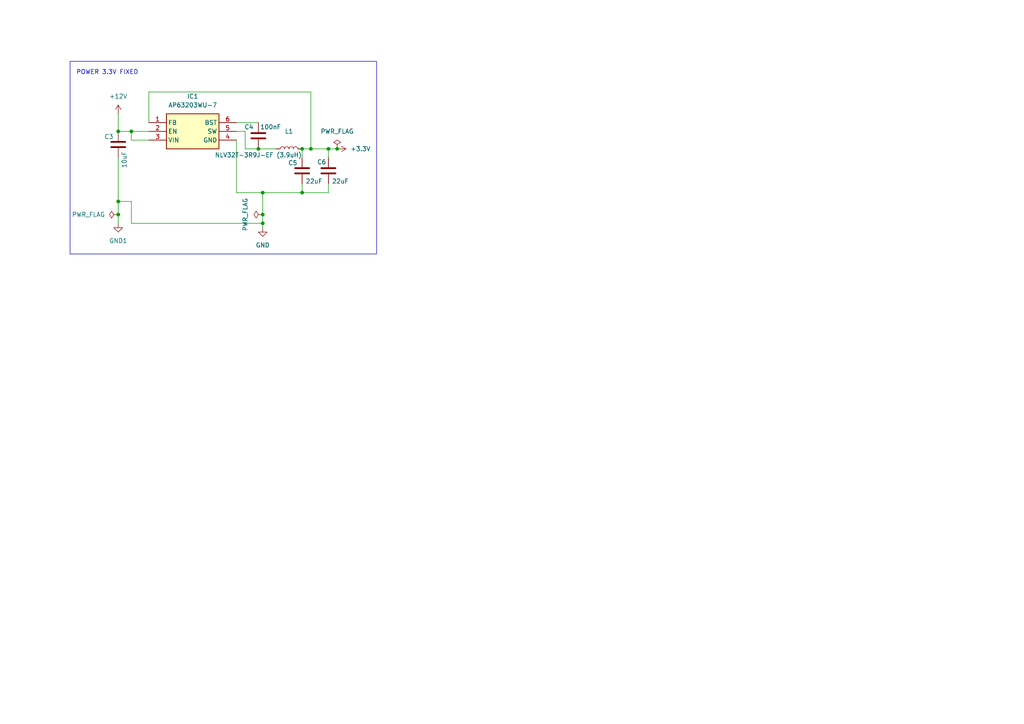
<source format=kicad_sch>
(kicad_sch (version 20250114) (generator "eeschema") (generator_version "9.0")
  (paper "A4")
  (lib_symbols
    (symbol "Converter_DCDC:AP63203WU-7"
      (property "Reference" "IC" (at 21.59 7.62 0))
      (property "Value" "AP63203WU-7" (at 21.59 5.08 0))
      (symbol "AP63203WU-7_1_1"
        (rectangle (start 5.08 2.54) (end 20.32 -7.62) (stroke (width 0.254)) (fill (type background)))
        (pin passive line (at 0 0 0) (length 5.08) (name "FB") (number "1"))
        (pin passive line (at 0 -2.54 0) (length 5.08) (name "EN") (number "2"))
        (pin passive line (at 0 -5.08 0) (length 5.08) (name "VIN") (number "3"))
        (pin passive line (at 25.4 0 180) (length 5.08) (name "BST") (number "6"))
        (pin passive line (at 25.4 -2.54 180) (length 5.08) (name "SW") (number "5"))
        (pin passive line (at 25.4 -5.08 180) (length 5.08) (name "GND") (number "4"))
      )
    )
    (symbol "Device:C" (pin_numbers (hide yes)) (pin_names (offset 0.254))
      (property "Reference" "C" (at 0.635 2.54 0))
      (property "Value" "C" (at 0.635 -2.54 0))
      (symbol "C_0_1"
        (polyline (pts (xy -2.032 0.762) (xy 2.032 0.762)) (stroke (width 0.508)))
        (polyline (pts (xy -2.032 -0.762) (xy 2.032 -0.762)) (stroke (width 0.508)))
      )
      (symbol "C_1_1"
        (pin passive line (at 0 3.81 270) (length 2.794) (name "~") (number "1"))
        (pin passive line (at 0 -3.81 90) (length 2.794) (name "~") (number "2"))
      )
    )
    (symbol "Device:L" (pin_numbers (hide yes)) (pin_names (offset 1.016) (hide yes))
      (property "Reference" "L" (at -1.27 0 90))
      (property "Value" "L" (at 1.905 0 90))
      (symbol "L_0_1"
        (arc (start 0 2.54) (mid 0.6323 1.905) (end 0 1.27))
        (arc (start 0 1.27) (mid 0.6323 0.635) (end 0 0))
        (arc (start 0 0) (mid 0.6323 -0.635) (end 0 -1.27))
        (arc (start 0 -1.27) (mid 0.6323 -1.905) (end 0 -2.54))
      )
      (symbol "L_1_1"
        (pin passive line (at 0 3.81 270) (length 1.27) (name "1") (number "1"))
        (pin passive line (at 0 -3.81 90) (length 1.27) (name "2") (number "2"))
      )
    )
    (symbol "power:+12V" (power) (pin_numbers (hide yes)) (pin_names (offset 0) (hide yes))
      (property "Value" "+12V" (at 0 3.556 0))
      (symbol "+12V_0_1"
        (polyline (pts (xy -0.762 1.27) (xy 0 2.54)))
        (polyline (pts (xy 0 2.54) (xy 0.762 1.27)))
        (polyline (pts (xy 0 0) (xy 0 2.54)))
      )
      (symbol "+12V_1_1"
        (pin power_in line (at 0 0 90) (length 0) (name "~") (number "1"))
      )
    )
    (symbol "power:+3.3V" (power) (pin_numbers (hide yes)) (pin_names (offset 0) (hide yes))
      (property "Value" "+3.3V" (at 0 3.556 0))
      (symbol "+3.3V_0_1"
        (polyline (pts (xy -0.762 1.27) (xy 0 2.54)))
        (polyline (pts (xy 0 2.54) (xy 0.762 1.27)))
        (polyline (pts (xy 0 0) (xy 0 2.54)))
      )
      (symbol "+3.3V_1_1"
        (pin power_in line (at 0 0 90) (length 0) (name "~") (number "1"))
      )
    )
    (symbol "power:GND" (power) (pin_numbers (hide yes)) (pin_names (offset 0) (hide yes))
      (property "Value" "GND" (at 0 -3.81 0))
      (symbol "GND_0_1"
        (polyline (pts (xy 0 0) (xy 0 -1.27) (xy 1.27 -1.27) (xy 0 -2.54) (xy -1.27 -1.27) (xy 0 -1.27)))
      )
      (symbol "GND_1_1"
        (pin power_in line (at 0 0 270) (length 0) (name "~") (number "1"))
      )
    )
    (symbol "power:GND1" (power) (pin_numbers (hide yes)) (pin_names (offset 0) (hide yes))
      (property "Value" "GND1" (at 0 -3.81 0))
      (symbol "GND1_0_1"
        (polyline (pts (xy 0 0) (xy 0 -1.27) (xy 1.27 -1.27) (xy 0 -2.54) (xy -1.27 -1.27) (xy 0 -1.27)))
      )
      (symbol "GND1_1_1"
        (pin power_in line (at 0 0 270) (length 0) (name "~") (number "1"))
      )
    )
    (symbol "power:PWR_FLAG" (power) (pin_numbers (hide yes)) (pin_names (offset 0) (hide yes))
      (property "Value" "PWR_FLAG" (at 0 3.81 0))
      (symbol "PWR_FLAG_0_0"
        (pin power_out line (at 0 0 90) (length 0) (name "~") (number "1"))
      )
      (symbol "PWR_FLAG_0_1"
        (polyline (pts (xy 0 0) (xy 0 1.27) (xy -1.016 1.905) (xy 0 2.54) (xy 1.016 1.905) (xy 0 1.27)))
      )
    )
  )
  (rectangle (start 20.32 17.78) (end 109.22 73.66))
  (text "POWER 3.3V FIXED" (at 22.098 20.32 0) (effects (font (size 1.27 1.27)) (justify left top)))
  (junction (at 87.63 55.88))
  (junction (at 34.29 38.1))
  (junction (at 34.29 62.23))
  (junction (at 34.29 58.42))
  (junction (at 76.2 55.88))
  (junction (at 76.2 64.77))
  (junction (at 87.63 43.18))
  (junction (at 38.1 38.1))
  (junction (at 90.17 43.18))
  (junction (at 95.25 43.18))
  (junction (at 97.79 43.18))
  (junction (at 74.93 43.18))
  (junction (at 76.2 62.23))
  (wire (pts (xy 95.25 43.18) (xy 97.79 43.18)))
  (wire (pts (xy 90.17 43.18) (xy 95.25 43.18)))
  (wire (pts (xy 76.2 62.23) (xy 76.2 64.77)))
  (wire (pts (xy 90.17 26.67) (xy 43.18 26.67)))
  (wire (pts (xy 68.58 35.56) (xy 74.93 35.56)))
  (wire (pts (xy 38.1 64.77) (xy 38.1 58.42)))
  (wire (pts (xy 71.12 38.1) (xy 71.12 43.18)))
  (wire (pts (xy 95.25 45.72) (xy 95.25 43.18)))
  (wire (pts (xy 76.2 55.88) (xy 87.63 55.88)))
  (wire (pts (xy 74.93 43.18) (xy 80.01 43.18)))
  (wire (pts (xy 34.29 38.1) (xy 38.1 38.1)))
  (wire (pts (xy 68.58 55.88) (xy 76.2 55.88)))
  (wire (pts (xy 95.25 53.34) (xy 95.25 55.88)))
  (wire (pts (xy 38.1 40.64) (xy 43.18 40.64)))
  (wire (pts (xy 76.2 64.77) (xy 76.2 66.04)))
  (wire (pts (xy 34.29 62.23) (xy 34.29 64.77)))
  (wire (pts (xy 38.1 40.64) (xy 38.1 38.1)))
  (wire (pts (xy 87.63 55.88) (xy 95.25 55.88)))
  (wire (pts (xy 43.18 26.67) (xy 43.18 35.56)))
  (wire (pts (xy 87.63 45.72) (xy 87.63 43.18)))
  (wire (pts (xy 90.17 43.18) (xy 90.17 26.67)))
  (wire (pts (xy 34.29 45.72) (xy 34.29 58.42)))
  (wire (pts (xy 68.58 38.1) (xy 71.12 38.1)))
  (wire (pts (xy 34.29 33.02) (xy 34.29 38.1)))
  (wire (pts (xy 71.12 43.18) (xy 74.93 43.18)))
  (wire (pts (xy 38.1 58.42) (xy 34.29 58.42)))
  (wire (pts (xy 38.1 38.1) (xy 43.18 38.1)))
  (wire (pts (xy 76.2 64.77) (xy 38.1 64.77)))
  (wire (pts (xy 87.63 53.34) (xy 87.63 55.88)))
  (wire (pts (xy 34.29 58.42) (xy 34.29 62.23)))
  (wire (pts (xy 76.2 55.88) (xy 76.2 62.23)))
  (wire (pts (xy 68.58 40.64) (xy 68.58 55.88)))
  (wire (pts (xy 87.63 43.18) (xy 90.17 43.18)))
  (symbol (lib_id "power:PWR_FLAG") (at 76.2 62.23 90) (unit 1)
    (property "Reference" "#FLG08" (effects (hide yes)))
    (property "Value" "PWR_FLAG" (at 71.12 62.23 0))
    (property "Description" "Special symbol for telling ERC where power comes from" (effects (hide yes)))
  )
  (symbol (lib_id "Device:L") (at 83.82 43.18 90) (unit 1)
    (property "Reference" "L1" (at 83.82 38.1 90))
    (property "Value" "NLV32T-3R9J-EF (3.9uH)" (at 74.93 44.958 90))
    (property "Footprint" "Inductor_SMD:NLV32T-3R9J-EF" (effects (hide yes)))
    (property "Datasheet" "https://product.tdk.com/system/files/dam/doc/product/inductor/inductor/smd/catalog/inductor_commercial_standard_nlv32-ef_en.pdf?ref_disty=mouser" (effects (hide yes)))
    (property "Description" "Mouser: NLV32T-3R9J-EF" (effects (hide yes)))
  )
  (symbol (lib_id "Device:C") (at 34.29 41.91 0) (unit 1)
    (property "Reference" "C3" (at 30.226 39.624 0) (effects (justify left)))
    (property "Value" "10uF" (at 36.068 48.768 90) (effects (justify left)))
    (property "Footprint" "Capacitor_SMD:C_1206_3216Metric" (effects (hide yes)))
    (property "Description" "Unpolarized capacitor" (effects (hide yes)))
  )
  (symbol (lib_id "Converter_DCDC:AP63203WU-7") (at 43.18 35.56 0) (unit 1)
    (property "Reference" "IC1" (at 55.88 27.94 0))
    (property "Value" "AP63203WU-7" (at 55.88 30.48 0))
    (property "Footprint" "CustomLibraries:AP63203WU7" (effects (hide yes)))
    (property "Datasheet" "https://www.diodes.com/assets/Datasheets/AP63200-AP63201-AP63203-AP63205.pdf" (effects (hide yes)))
    (property "Description" "Switching Voltage Regulators DCDC Conv HV Buck TSOT26 T&R 3K" (effects (hide yes)))
    (property "Height" "1" (effects (hide yes)))
    (property "Mouser Part Number" "621-AP63203WU-7" (effects (hide yes)))
    (property "Mouser Price/Stock" "https://www.mouser.co.uk/ProductDetail/Diodes-Incorporated/AP63203WU-7?qs=u16ybLDytRZ1JqxbuLkMJw%3D%3D" (effects (hide yes)))
    (property "Manufacturer_Name" "Diodes Incorporated" (effects (hide yes)))
    (property "Manufacturer_Part_Number" "AP63203WU-7" (effects (hide yes)))
  )
  (symbol (lib_id "power:+12V") (at 34.29 33.02 0) (unit 1)
    (property "Reference" "#PWR014" (effects (hide yes)))
    (property "Value" "+12V" (at 34.29 27.94 0))
    (property "Description" "Power symbol creates a global label with name \"+12V\"" (effects (hide yes)))
  )
  (symbol (lib_id "Device:C") (at 95.25 49.53 0) (unit 1)
    (property "Reference" "C6" (at 91.948 46.99 0) (effects (justify left)))
    (property "Value" "22uF" (at 96.266 52.578 0) (effects (justify left)))
    (property "Footprint" "Capacitor_SMD:C_1206_3216Metric_Pad1.33x1.80mm_HandSolder" (effects (hide yes)))
    (property "Description" "Unpolarized capacitor" (effects (hide yes)))
  )
  (symbol (lib_id "power:PWR_FLAG") (at 97.79 43.18 0) (unit 1)
    (property "Reference" "#FLG05" (effects (hide yes)))
    (property "Value" "PWR_FLAG" (at 97.79 38.1 0))
    (property "Description" "Special symbol for telling ERC where power comes from" (effects (hide yes)))
  )
  (symbol (lib_id "Device:C") (at 87.63 49.53 0) (unit 1)
    (property "Reference" "C5" (at 83.566 47.244 0) (effects (justify left)))
    (property "Value" "22uF" (at 88.646 52.578 0) (effects (justify left)))
    (property "Footprint" "Capacitor_SMD:C_1206_3216Metric_Pad1.33x1.80mm_HandSolder" (effects (hide yes)))
    (property "Description" "Unpolarized capacitor" (effects (hide yes)))
  )
  (symbol (lib_id "power:+3.3V") (at 97.79 43.18 270) (unit 1)
    (property "Reference" "#PWR021" (effects (hide yes)))
    (property "Value" "+3.3V" (at 101.6 43.1799 90) (effects (justify left)))
    (property "Description" "Power symbol creates a global label with name \"+3.3V\"" (effects (hide yes)))
  )
  (symbol (lib_id "power:GND1") (at 34.29 64.77 0) (unit 1)
    (property "Reference" "#PWR015" (effects (hide yes)))
    (property "Value" "GND1" (at 34.29 69.85 0))
    (property "Description" "Power symbol creates a global label with name \"GND1\" , ground" (effects (hide yes)))
  )
  (symbol (lib_id "Device:C") (at 74.93 39.37 0) (unit 1)
    (property "Reference" "C4" (at 70.866 36.83 0) (effects (justify left)))
    (property "Value" "100nF" (at 75.438 36.83 0) (effects (justify left)))
    (property "Footprint" "Capacitor_SMD:C_1206_3216Metric" (effects (hide yes)))
    (property "Description" "Unpolarized capacitor" (effects (hide yes)))
  )
  (symbol (lib_id "power:GND") (at 76.2 66.04 0) (unit 1)
    (property "Reference" "#PWR020" (effects (hide yes)))
    (property "Value" "GND" (at 76.2 71.12 0))
    (property "Description" "Power symbol creates a global label with name \"GND\" , ground" (effects (hide yes)))
  )
  (symbol (lib_id "power:PWR_FLAG") (at 34.29 62.23 90) (unit 1)
    (property "Reference" "#FLG06" (effects (hide yes)))
    (property "Value" "PWR_FLAG" (at 30.48 62.2299 90) (effects (justify left)))
    (property "Description" "Special symbol for telling ERC where power comes from" (effects (hide yes)))
  )
)
</source>
